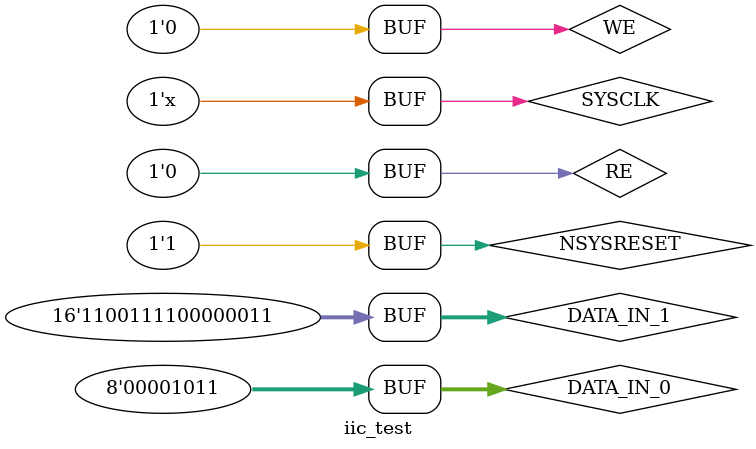
<source format=v>

`timescale 1ns/100ps

module iic_test;

parameter SYSCLK_PERIOD = 20;// 50MHZ

reg SYSCLK;
reg NSYSRESET;
reg WE = 1'b0;
reg RE = 1'b0;
reg [7:0]DATA_IN_0 = 8'h0B;
reg [15:0]DATA_IN_1 = 16'hCF_03;
wire [7:0]Q;
wire [23:0]OUT_DATA;
wire SCL,SDA,WE_OUT,EMPTY;

initial
begin
    SYSCLK = 1'b0;
    NSYSRESET = 1'b0;
end

//////////////////////////////////////////////////////////////////////
// Reset Pulse
//////////////////////////////////////////////////////////////////////
initial
begin
    #(SYSCLK_PERIOD * 10 )
        NSYSRESET = 1'b1;
end


//////////////////////////////////////////////////////////////////////
// Clock Driver
//////////////////////////////////////////////////////////////////////
always @(SYSCLK)
    #(SYSCLK_PERIOD / 2.0) SYSCLK <= !SYSCLK;

//always @(posedge SYSCLK)
//begin
    //WE = !WE;
    //RE = !RE;
//end
//////////////////////////////////////////////////////////////////////
// Instantiate Unit Under Test:  Top_0
//////////////////////////////////////////////////////////////////////
Top_0 Top_0_0 (
    // Inputs
    .PCLK(SYSCLK),
    .PRESETN(NSYSRESET),
    .DATA_IN_0(DATA_IN_0),
    .DATA_IN_1(DATA_IN_1),
    .WE(WE),
    .RE(RE),

     //Outputs
    .OUT_DATA(OUT_DATA),
    .Q(Q),
    .WE_OUT(WE_OUT),
    .EMPTY(EMPTY),

    // Inouts
    .SCL(SCL),
    .SDA(SDA)

);

endmodule


</source>
